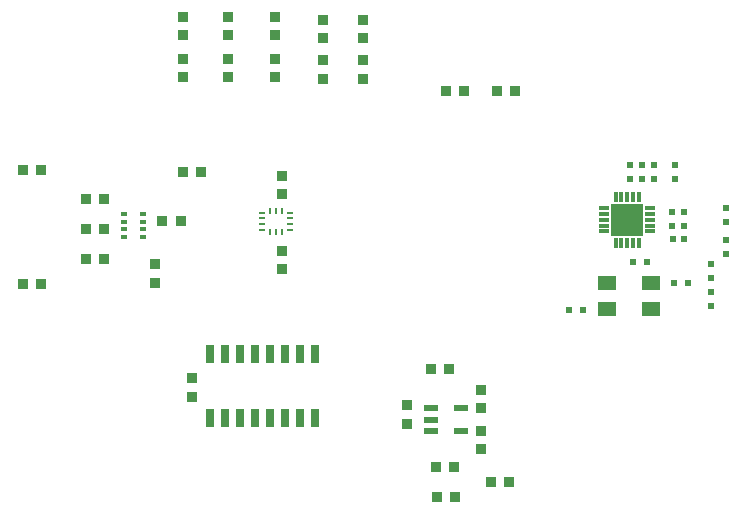
<source format=gtp>
G04*
G04 #@! TF.GenerationSoftware,Altium Limited,Altium Designer,19.1.9 (167)*
G04*
G04 Layer_Color=8421504*
%FSLAX25Y25*%
%MOIN*%
G70*
G01*
G75*
%ADD16R,0.03740X0.03740*%
%ADD17R,0.03740X0.03543*%
%ADD18R,0.03347X0.03347*%
%ADD19R,0.03543X0.03740*%
%ADD20R,0.03347X0.03347*%
%ADD21R,0.04724X0.02362*%
%ADD22R,0.02559X0.06004*%
%ADD23R,0.00984X0.01870*%
%ADD24R,0.01870X0.00984*%
%ADD25R,0.01968X0.01378*%
%ADD26R,0.02165X0.02165*%
%ADD27R,0.02165X0.02165*%
%ADD28R,0.02362X0.01968*%
%ADD29R,0.06299X0.04921*%
%ADD30R,0.10630X0.10630*%
%ADD31R,0.01181X0.03347*%
%ADD32R,0.03347X0.01181*%
D16*
X166000Y160500D02*
D03*
Y166405D02*
D03*
X196500Y160547D02*
D03*
Y166453D02*
D03*
D17*
X181000Y160500D02*
D03*
Y166405D02*
D03*
D18*
X166000Y146449D02*
D03*
Y152551D02*
D03*
X196500Y146449D02*
D03*
Y152551D02*
D03*
X181000Y146449D02*
D03*
Y152551D02*
D03*
X212500Y165551D02*
D03*
Y159449D02*
D03*
X265142Y36086D02*
D03*
Y42189D02*
D03*
Y28638D02*
D03*
Y22535D02*
D03*
X240642Y37138D02*
D03*
Y31035D02*
D03*
X156500Y84102D02*
D03*
Y78000D02*
D03*
X168988Y46063D02*
D03*
Y39960D02*
D03*
X199000Y82449D02*
D03*
Y88551D02*
D03*
Y113602D02*
D03*
Y107500D02*
D03*
X212500Y146000D02*
D03*
Y152102D02*
D03*
X226000Y146000D02*
D03*
Y152102D02*
D03*
Y159500D02*
D03*
Y165602D02*
D03*
D19*
X256441Y6511D02*
D03*
X250536D02*
D03*
X276500Y142000D02*
D03*
X270595D02*
D03*
X256095Y16586D02*
D03*
X250190D02*
D03*
D20*
X259551Y142000D02*
D03*
X253449D02*
D03*
X248591Y49086D02*
D03*
X254694D02*
D03*
X274540Y11512D02*
D03*
X268437D02*
D03*
X165898Y115000D02*
D03*
X172000D02*
D03*
X133449Y86000D02*
D03*
X139551D02*
D03*
X133398Y106000D02*
D03*
X139500D02*
D03*
X133449Y96000D02*
D03*
X139551D02*
D03*
X165102Y98500D02*
D03*
X159000D02*
D03*
X118602Y115500D02*
D03*
X112500D02*
D03*
X118602Y77500D02*
D03*
X112500D02*
D03*
D21*
X258485Y36086D02*
D03*
Y28606D02*
D03*
X248642D02*
D03*
Y32346D02*
D03*
Y36086D02*
D03*
D22*
X209988Y54366D02*
D03*
X204988D02*
D03*
X199988D02*
D03*
X194988D02*
D03*
X189988D02*
D03*
X184988D02*
D03*
X179988D02*
D03*
X174988D02*
D03*
Y33011D02*
D03*
X179988D02*
D03*
X184988D02*
D03*
X189988D02*
D03*
X194988D02*
D03*
X199988D02*
D03*
X204988D02*
D03*
X209988D02*
D03*
D23*
X194882Y102018D02*
D03*
X196850D02*
D03*
X198819D02*
D03*
Y94833D02*
D03*
X196850D02*
D03*
X194882D02*
D03*
D24*
X201427Y101378D02*
D03*
Y99410D02*
D03*
Y97441D02*
D03*
Y95472D02*
D03*
X192274D02*
D03*
Y97441D02*
D03*
Y99410D02*
D03*
Y101378D02*
D03*
D25*
X152650Y100839D02*
D03*
Y98280D02*
D03*
Y95720D02*
D03*
Y93161D02*
D03*
X146350D02*
D03*
Y95720D02*
D03*
Y98280D02*
D03*
Y100839D02*
D03*
D26*
X342000Y70200D02*
D03*
Y74800D02*
D03*
Y79700D02*
D03*
Y84300D02*
D03*
X347000Y102799D02*
D03*
Y98199D02*
D03*
Y87699D02*
D03*
Y92299D02*
D03*
X330000Y112700D02*
D03*
Y117300D02*
D03*
X323000D02*
D03*
Y112700D02*
D03*
X319000Y117300D02*
D03*
Y112700D02*
D03*
X315000Y117300D02*
D03*
Y112700D02*
D03*
D27*
X334300Y78000D02*
D03*
X329700D02*
D03*
X320600Y85000D02*
D03*
X316000D02*
D03*
X294700Y69000D02*
D03*
X299300D02*
D03*
D28*
X329031Y101500D02*
D03*
X332968D02*
D03*
X333000Y92500D02*
D03*
X329063D02*
D03*
X332968Y97000D02*
D03*
X329031D02*
D03*
D29*
X307217Y77831D02*
D03*
X321783D02*
D03*
Y69169D02*
D03*
X307217D02*
D03*
D30*
X314000Y99000D02*
D03*
D31*
X310063Y106677D02*
D03*
X312032D02*
D03*
X314000D02*
D03*
X315968D02*
D03*
X317937D02*
D03*
Y91323D02*
D03*
X315968D02*
D03*
X314000D02*
D03*
X312032D02*
D03*
X310063D02*
D03*
D32*
X321677Y102937D02*
D03*
Y100969D02*
D03*
Y99000D02*
D03*
Y97031D02*
D03*
Y95063D02*
D03*
X306323D02*
D03*
Y97031D02*
D03*
Y99000D02*
D03*
Y100969D02*
D03*
Y102937D02*
D03*
M02*

</source>
